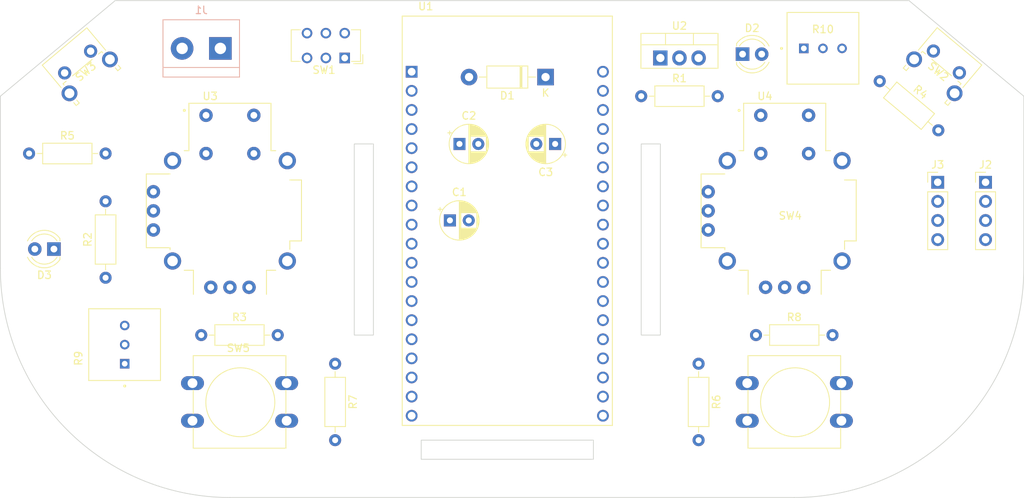
<source format=kicad_pcb>
(kicad_pcb (version 20211014) (generator pcbnew)
  (layers (0 "F.Cu" signal) (31 "B.Cu" signal) (34 "B.Paste" user) (35 "F.Paste" user) (36 "B.SilkS" user "B.Silkscreen") (37 "F.SilkS" user "F.Silkscreen") (38 "B.Mask" user) (39 "F.Mask" user) (44 "Edge.Cuts" user))
  (net 0 "")
  (net 1 "GND")
  (net 2 "VCC")
  (net 3 "Net-(D2-Pad2)")
  (net 4 "IO23")
  (net 5 "Net-(D3-Pad2)")
  (net 6 "+3V3")
  (net 7 "IO35")
  (net 8 "IO2")
  (net 9 "IO13")
  (net 10 "IO15")
  (net 11 "IO12")
  (net 12 "IO36")
  (net 13 "IO39")
  (net 14 "IO34")
  (net 15 "IO32")
  (net 16 "IO33")
  (net 17 "IO25")
  (net 18 "IO26")
  (net 19 "IO27")
  (net 20 "IO14")
  (net 24 "+5V")
  (net 25 "SCL")
  (net 26 "TX")
  (net 27 "RX")
  (net 28 "SDA")
  (net 34 "IO4")
  (net 39 "Net-(D1-Pad2)")
  (net 42 "VEE")
  (footprint "Button_Switch_THT:SW_CuK_JS202011CQN_DPDT_Straight" (layer "F.Cu") (at 67.31 119.38 180)
    (fp_text reference "SW1" (at 2.75 -1.6) (layer "F.SilkS"))
    (fp_text value "SW_Push_SPDT")
    (pad "1" thru_hole rect (at 0 0 180) (size 1.4 1.4) (drill 0.9) (layers *.Cu *.Mask) (net 39 "Net-(D1-Pad2)"))
    (pad "2" thru_hole circle (at 2.5 0 180) (size 1.4 1.4) (drill 0.9) (layers *.Cu *.Mask) (net 2 "VCC"))
    (pad "3" thru_hole circle (at 5 0 180) (size 1.4 1.4) (drill 0.9) (layers *.Cu *.Mask) (net 1 "GND"))
    (pad "4" thru_hole circle (at 0 3.3 180) (size 1.4 1.4) (drill 0.9) (layers *.Cu *.Mask))
    (pad "5" thru_hole circle (at 2.5 3.3 180) (size 1.4 1.4) (drill 0.9) (layers *.Cu *.Mask))
    (pad "6" thru_hole circle (at 5 3.3 180) (size 1.4 1.4) (drill 0.9) (layers *.Cu *.Mask))
  )
  (footprint "Resistor_THT:R_Axial_DIN0207_L6.3mm_D2.5mm_P10.16mm_Horizontal" (layer "F.Cu") (at 66.04 160.02 -90)
    (fp_text reference "R7" (at 5.08 -2.37 90) (layer "F.SilkS"))
    (fp_text value "4.7k")
    (pad "1" thru_hole circle (at 0 0 270) (size 1.6 1.6) (drill 0.8) (layers *.Cu *.Mask) (net 6 "+3V3"))
    (pad "2" thru_hole oval (at 10.16 0 270) (size 1.6 1.6) (drill 0.8) (layers *.Cu *.Mask) (net 11 "IO12"))
  )
  (footprint "Resistor_THT:R_Axial_DIN0207_L6.3mm_D2.5mm_P10.16mm_Horizontal" (layer "F.Cu") (at 121.92 156.21)
    (fp_text reference "R8" (at 5.08 -2.37) (layer "F.SilkS"))
    (fp_text value "R")
    (pad "1" thru_hole circle (at 0 0) (size 1.6 1.6) (drill 0.8) (layers *.Cu *.Mask) (net 6 "+3V3"))
    (pad "2" thru_hole oval (at 10.16 0) (size 1.6 1.6) (drill 0.8) (layers *.Cu *.Mask) (net 17 "IO25"))
  )
  (footprint "COM-09806:TRIM_COM-09806" (layer "F.Cu") (at 38.1 157.48 90)
    (fp_text reference "R9" (at -1.825 -6.135 90) (layer "F.SilkS"))
    (fp_text value "COM-09806")
    (pad "1" thru_hole rect locked (at -2.54 0 90) (size 1.268 1.268) (drill 0.76) (layers *.Cu *.Mask) (net 6 "+3V3"))
    (pad "2" thru_hole circle locked (at 0 0 90) (size 1.268 1.268) (drill 0.76) (layers *.Cu *.Mask) (net 34 "IO4"))
    (pad "3" thru_hole circle locked (at 2.54 0 90) (size 1.268 1.268) (drill 0.76) (layers *.Cu *.Mask) (net 1 "GND"))
  )
  (footprint "Button_Switch_THT:XDCR_COM-09032" (layer "F.Cu") (at 52.07 139.7)
    (fp_text reference "U3" (at -2.625 -15.235) (layer "F.SilkS"))
    (fp_text value "COM-09032")
    (pad "B1A" thru_hole circle locked (at -3.175 -12.7) (size 1.778 1.778) (drill 0.9) (layers *.Cu *.Mask) (net 18 "IO26"))
    (pad "B1B" thru_hole circle locked (at 3.175 -12.7) (size 1.778 1.778) (drill 0.9) (layers *.Cu *.Mask))
    (pad "B2A" thru_hole circle locked (at -3.175 -7.62) (size 1.778 1.778) (drill 0.9) (layers *.Cu *.Mask) (net 1 "GND"))
    (pad "B2B" thru_hole circle locked (at 3.175 -7.62) (size 1.778 1.778) (drill 0.9) (layers *.Cu *.Mask))
    (pad "H1" thru_hole circle locked (at -2.54 10.16) (size 1.778 1.778) (drill 0.889) (layers *.Cu *.Mask) (net 6 "+3V3"))
    (pad "H2" thru_hole circle locked (at 0 10.16) (size 1.778 1.778) (drill 0.889) (layers *.Cu *.Mask) (net 7 "IO35"))
    (pad "H3" thru_hole circle locked (at 2.54 10.16) (size 1.778 1.778) (drill 0.889) (layers *.Cu *.Mask) (net 1 "GND"))
    (pad "S1" thru_hole circle locked (at -7.62 -6.6675) (size 2.286 2.286) (drill 1.397) (layers *.Cu *.Mask))
    (pad "S2" thru_hole circle locked (at -7.62 6.6675) (size 2.286 2.286) (drill 1.397) (layers *.Cu *.Mask))
    (pad "S3" thru_hole circle locked (at 7.62 6.6675) (size 2.286 2.286) (drill 1.397) (layers *.Cu *.Mask))
    (pad "S4" thru_hole circle locked (at 7.62 -6.6675) (size 2.286 2.286) (drill 1.397) (layers *.Cu *.Mask))
    (pad "V1" thru_hole circle locked (at -10.16 -2.54) (size 1.778 1.778) (drill 0.889) (layers *.Cu *.Mask) (net 6 "+3V3"))
    (pad "V2" thru_hole circle locked (at -10.16 0) (size 1.778 1.778) (drill 0.889) (layers *.Cu *.Mask) (net 15 "IO32"))
    (pad "V3" thru_hole circle locked (at -10.16 2.54) (size 1.778 1.778) (drill 0.889) (layers *.Cu *.Mask) (net 1 "GND"))
  )
  (footprint "Resistor_THT:R_Axial_DIN0207_L6.3mm_D2.5mm_P10.16mm_Horizontal" (layer "F.Cu") (at 35.56 148.59 90)
    (fp_text reference "R2" (at 5.08 -2.37 90) (layer "F.SilkS"))
    (fp_text value "330")
    (pad "1" thru_hole circle (at 0 0 90) (size 1.6 1.6) (drill 0.8) (layers *.Cu *.Mask) (net 4 "IO23"))
    (pad "2" thru_hole oval (at 10.16 0 90) (size 1.6 1.6) (drill 0.8) (layers *.Cu *.Mask) (net 5 "Net-(D3-Pad2)"))
  )
  (footprint "Package_TO_SOT_THT:TO-220-3_Vertical" (layer "F.Cu") (at 109.22 119.38)
    (fp_text reference "U2" (at 2.54 -4.27) (layer "F.SilkS"))
    (fp_text value "LM7805_TO220")
    (pad "1" thru_hole rect (at 0 0) (size 1.905 2) (drill 1.1) (layers *.Cu *.Mask) (net 42 "VEE"))
    (pad "2" thru_hole oval (at 2.54 0) (size 1.905 2) (drill 1.1) (layers *.Cu *.Mask) (net 1 "GND"))
    (pad "3" thru_hole oval (at 5.08 0) (size 1.905 2) (drill 1.1) (layers *.Cu *.Mask) (net 24 "+5V"))
  )
  (footprint "Capacitor_THT:CP_Radial_D5.0mm_P2.50mm" (layer "F.Cu") (at 82.55 130.81)
    (fp_text reference "C2" (at 1.25 -3.75) (layer "F.SilkS"))
    (fp_text value "C_Polarized_Small")
    (pad "1" thru_hole rect (at 0 0) (size 1.6 1.6) (drill 0.8) (layers *.Cu *.Mask) (net 42 "VEE"))
    (pad "2" thru_hole circle (at 2.5 0) (size 1.6 1.6) (drill 0.8) (layers *.Cu *.Mask) (net 1 "GND"))
  )
  (footprint "Button_Switch_THT:SW_PUSH-12mm" (layer "F.Cu") (at 120.76 162.6)
    (fp_text reference "SW4" (at 5.71 -22.25) (layer "F.SilkS"))
    (fp_text value "SW_Push")
    (pad "1" thru_hole oval (at 0 0) (size 3.048 1.85) (drill 1.3) (layers *.Cu *.Mask) (net 10 "IO15"))
    (pad "1" thru_hole oval (at 12.5 0) (size 3.048 1.85) (drill 1.3) (layers *.Cu *.Mask) (net 10 "IO15"))
    (pad "2" thru_hole oval (at 12.5 5) (size 3.048 1.85) (drill 1.3) (layers *.Cu *.Mask) (net 1 "GND"))
    (pad "2" thru_hole oval (at 0 5) (size 3.048 1.85) (drill 1.3) (layers *.Cu *.Mask) (net 1 "GND"))
  )
  (footprint "LED_THT:LED_D4.0mm" (layer "F.Cu") (at 28.702 144.78 180)
    (fp_text reference "D3" (at 1.27 -3.46) (layer "F.SilkS"))
    (fp_text value "LED")
    (pad "1" thru_hole rect (at 0 0 180) (size 1.8 1.8) (drill 0.9) (layers *.Cu *.Mask) (net 1 "GND"))
    (pad "2" thru_hole circle (at 2.54 0 180) (size 1.8 1.8) (drill 0.9) (layers *.Cu *.Mask) (net 5 "Net-(D3-Pad2)"))
  )
  (footprint "Capacitor_THT:CP_Radial_D5.0mm_P2.50mm" (layer "F.Cu") (at 81.28 140.97)
    (fp_text reference "C1" (at 1.25 -3.75) (layer "F.SilkS"))
    (fp_text value "C_Polarized_Small_US")
    (pad "1" thru_hole rect (at 0 0) (size 1.6 1.6) (drill 0.8) (layers *.Cu *.Mask) (net 6 "+3V3"))
    (pad "2" thru_hole circle (at 2.5 0) (size 1.6 1.6) (drill 0.8) (layers *.Cu *.Mask) (net 1 "GND"))
  )
  (footprint "Button_Switch_THT:XDCR_COM-09032" (layer "F.Cu") (at 125.73 139.7)
    (fp_text reference "U4" (at -2.625 -15.235) (layer "F.SilkS"))
    (fp_text value "COM-09032")
    (pad "B1A" thru_hole circle locked (at -3.175 -12.7) (size 1.778 1.778) (drill 0.9) (layers *.Cu *.Mask) (net 17 "IO25"))
    (pad "B1B" thru_hole circle locked (at 3.175 -12.7) (size 1.778 1.778) (drill 0.9) (layers *.Cu *.Mask))
    (pad "B2A" thru_hole circle locked (at -3.175 -7.62) (size 1.778 1.778) (drill 0.9) (layers *.Cu *.Mask) (net 1 "GND"))
    (pad "B2B" thru_hole circle locked (at 3.175 -7.62) (size 1.778 1.778) (drill 0.9) (layers *.Cu *.Mask))
    (pad "H1" thru_hole circle locked (at -2.54 10.16) (size 1.778 1.778) (drill 0.889) (layers *.Cu *.Mask) (net 6 "+3V3"))
    (pad "H2" thru_hole circle locked (at 0 10.16) (size 1.778 1.778) (drill 0.889) (layers *.Cu *.Mask) (net 16 "IO33"))
    (pad "H3" thru_hole circle locked (at 2.54 10.16) (size 1.778 1.778) (drill 0.889) (layers *.Cu *.Mask) (net 1 "GND"))
    (pad "S1" thru_hole circle locked (at -7.62 -6.6675) (size 2.286 2.286) (drill 1.397) (layers *.Cu *.Mask))
    (pad "S2" thru_hole circle locked (at -7.62 6.6675) (size 2.286 2.286) (drill 1.397) (layers *.Cu *.Mask))
    (pad "S3" thru_hole circle locked (at 7.62 6.6675) (size 2.286 2.286) (drill 1.397) (layers *.Cu *.Mask))
    (pad "S4" thru_hole circle locked (at 7.62 -6.6675) (size 2.286 2.286) (drill 1.397) (layers *.Cu *.Mask))
    (pad "V1" thru_hole circle locked (at -10.16 -2.54) (size 1.778 1.778) (drill 0.889) (layers *.Cu *.Mask) (net 6 "+3V3"))
    (pad "V2" thru_hole circle locked (at -10.16 0) (size 1.778 1.778) (drill 0.889) (layers *.Cu *.Mask) (net 14 "IO34"))
    (pad "V3" thru_hole circle locked (at -10.16 2.54) (size 1.778 1.778) (drill 0.889) (layers *.Cu *.Mask) (net 1 "GND"))
  )
  (footprint "COM-09806:TRIM_COM-09806" (layer "F.Cu") (at 130.81 118.11)
    (fp_text reference "R10" (at 0 -2.54) (layer "F.SilkS"))
    (fp_text value "COM-09806")
    (pad "1" thru_hole rect locked (at -2.54 0) (size 1.268 1.268) (drill 0.76) (layers *.Cu *.Mask) (net 6 "+3V3"))
    (pad "2" thru_hole circle locked (at 0 0) (size 1.268 1.268) (drill 0.76) (layers *.Cu *.Mask) (net 12 "IO36"))
    (pad "3" thru_hole circle locked (at 2.54 0) (size 1.268 1.268) (drill 0.76) (layers *.Cu *.Mask) (net 1 "GND"))
  )
  (footprint "Resistor_THT:R_Axial_DIN0207_L6.3mm_D2.5mm_P10.16mm_Horizontal" (layer "F.Cu") (at 114.3 160.02 -90)
    (fp_text reference "R6" (at 5.08 -2.37 90) (layer "F.SilkS"))
    (fp_text value "4.7k")
    (pad "1" thru_hole circle (at 0 0 270) (size 1.6 1.6) (drill 0.8) (layers *.Cu *.Mask) (net 6 "+3V3"))
    (pad "2" thru_hole oval (at 10.16 0 270) (size 1.6 1.6) (drill 0.8) (layers *.Cu *.Mask) (net 10 "IO15"))
  )
  (footprint "Resistor_THT:R_Axial_DIN0207_L6.3mm_D2.5mm_P10.16mm_Horizontal" (layer "F.Cu") (at 48.26 156.21)
    (fp_text reference "R3" (at 5.08 -2.37) (layer "F.SilkS"))
    (fp_text value "R")
    (pad "1" thru_hole circle (at 0 0) (size 1.6 1.6) (drill 0.8) (layers *.Cu *.Mask) (net 6 "+3V3"))
    (pad "2" thru_hole oval (at 10.16 0) (size 1.6 1.6) (drill 0.8) (layers *.Cu *.Mask) (net 18 "IO26"))
  )
  (footprint "Capacitor_THT:CP_Radial_D5.0mm_P2.50mm" (layer "F.Cu") (at 95.25 130.81 180)
    (fp_text reference "C3" (at 1.25 -3.75) (layer "F.SilkS"))
    (fp_text value "C_Polarized_Small")
    (pad "1" thru_hole rect (at 0 0 180) (size 1.6 1.6) (drill 0.8) (layers *.Cu *.Mask) (net 24 "+5V"))
    (pad "2" thru_hole circle (at 2.5 0 180) (size 1.6 1.6) (drill 0.8) (layers *.Cu *.Mask) (net 1 "GND"))
  )
  (footprint "Connector_PinHeader_2.54mm:PinHeader_1x04_P2.54mm_Vertical" (layer "F.Cu") (at 152.4 135.9)
    (fp_text reference "J2" (at 0 -2.33) (layer "F.SilkS"))
    (fp_text value "Screw_Terminal_01x04")
    (pad "1" thru_hole rect (at 0 0) (size 1.7 1.7) (drill 1) (layers *.Cu *.Mask) (net 6 "+3V3"))
    (pad "2" thru_hole oval (at 0 2.54) (size 1.7 1.7) (drill 1) (layers *.Cu *.Mask) (net 1 "GND"))
    (pad "3" thru_hole oval (at 0 5.08) (size 1.7 1.7) (drill 1) (layers *.Cu *.Mask) (net 28 "SDA"))
    (pad "4" thru_hole oval (at 0 7.62) (size 1.7 1.7) (drill 1) (layers *.Cu *.Mask) (net 25 "SCL"))
  )
  (footprint "Resistor_THT:R_Axial_DIN0207_L6.3mm_D2.5mm_P10.16mm_Horizontal" (layer "F.Cu") (at 138.348494 122.464639 -40)
    (fp_text reference "R4" (at 5.08 -2.37 140) (layer "F.SilkS"))
    (fp_text value "4.7k")
    (pad "1" thru_hole circle (at 0 0 320) (size 1.6 1.6) (drill 0.8) (layers *.Cu *.Mask) (net 6 "+3V3"))
    (pad "2" thru_hole oval (at 10.16 0 320) (size 1.6 1.6) (drill 0.8) (layers *.Cu *.Mask) (net 8 "IO2"))
  )
  (footprint "Button_Switch_THT:SW_Tactile_SPST_Angled_PTS645Vx83-2LFS" (layer "F.Cu") (at 145.479531 118.459764 -40)
    (fp_text reference "SW2" (at 2.25 1.68 140) (layer "F.SilkS"))
    (fp_text value "SW_Push")
    (pad "" thru_hole circle (at -1.25 2.49 320) (size 2.1 2.1) (drill 1.3) (layers *.Cu *.Mask))
    (pad "" thru_hole circle (at 5.76 2.49 320) (size 2.1 2.1) (drill 1.3) (layers *.Cu *.Mask))
    (pad "1" thru_hole circle (at 0 0 320) (size 1.75 1.75) (drill 0.99) (layers *.Cu *.Mask) (net 8 "IO2"))
    (pad "2" thru_hole circle (at 4.5 0 320) (size 1.75 1.75) (drill 0.99) (layers *.Cu *.Mask) (net 1 "GND"))
  )
  (footprint "Button_Switch_THT:SW_PUSH-12mm" (layer "F.Cu") (at 47.1 162.6)
    (fp_text reference "SW5" (at 6.08 -4.66) (layer "F.SilkS"))
    (fp_text value "SW_Push")
    (pad "1" thru_hole oval (at 0 0) (size 3.048 1.85) (drill 1.3) (layers *.Cu *.Mask) (net 11 "IO12"))
    (pad "1" thru_hole oval (at 12.5 0) (size 3.048 1.85) (drill 1.3) (layers *.Cu *.Mask) (net 11 "IO12"))
    (pad "2" thru_hole oval (at 12.5 5) (size 3.048 1.85) (drill 1.3) (layers *.Cu *.Mask) (net 1 "GND"))
    (pad "2" thru_hole oval (at 0 5) (size 3.048 1.85) (drill 1.3) (layers *.Cu *.Mask) (net 1 "GND"))
  )
  (footprint "Connector_PinHeader_2.54mm:PinHeader_1x04_P2.54mm_Vertical" (layer "F.Cu") (at 146.05 135.9)
    (fp_text reference "J3" (at 0 -2.33) (layer "F.SilkS"))
    (fp_text value "Screw_Terminal_01x04")
    (pad "1" thru_hole rect (at 0 0) (size 1.7 1.7) (drill 1) (layers *.Cu *.Mask) (net 6 "+3V3"))
    (pad "2" thru_hole oval (at 0 2.54) (size 1.7 1.7) (drill 1) (layers *.Cu *.Mask) (net 1 "GND"))
    (pad "3" thru_hole oval (at 0 5.08) (size 1.7 1.7) (drill 1) (layers *.Cu *.Mask) (net 27 "RX"))
    (pad "4" thru_hole oval (at 0 7.62) (size 1.7 1.7) (drill 1) (layers *.Cu *.Mask) (net 26 "TX"))
  )
  (footprint "Module:MODULE_ESP32-DEVKITC-32D" (layer "F.Cu") (at 88.9 140.97)
    (fp_text reference "U1" (at -10.829175 -28.446045) (layer "F.SilkS") (effects (font (size 1.000386 1.000386))))
    (fp_text value "ESP32-DEVKITC-32D")
    (pad "1" thru_hole rect (at -12.7 -19.76) (size 1.56 1.56) (drill 1.04) (layers *.Cu *.Mask) (net 6 "+3V3"))
    (pad "2" thru_hole circle (at -12.7 -17.22) (size 1.56 1.56) (drill 1.04) (layers *.Cu *.Mask) (net 1 "GND"))
    (pad "3" thru_hole circle (at -12.7 -14.68) (size 1.56 1.56) (drill 1.04) (layers *.Cu *.Mask) (net 12 "IO36"))
    (pad "4" thru_hole circle (at -12.7 -12.14) (size 1.56 1.56) (drill 1.04) (layers *.Cu *.Mask) (net 13 "IO39"))
    (pad "5" thru_hole circle (at -12.7 -9.6) (size 1.56 1.56) (drill 1.04) (layers *.Cu *.Mask) (net 14 "IO34"))
    (pad "6" thru_hole circle (at -12.7 -7.06) (size 1.56 1.56) (drill 1.04) (layers *.Cu *.Mask) (net 7 "IO35"))
    (pad "7" thru_hole circle (at -12.7 -4.52) (size 1.56 1.56) (drill 1.04) (layers *.Cu *.Mask) (net 15 "IO32"))
    (pad "8" thru_hole circle (at -12.7 -1.98) (size 1.56 1.56) (drill 1.04) (layers *.Cu *.Mask) (net 16 "IO33"))
    (pad "9" thru_hole circle (at -12.7 0.56) (size 1.56 1.56) (drill 1.04) (layers *.Cu *.Mask) (net 17 "IO25"))
    (pad "10" thru_hole circle (at -12.7 3.1) (size 1.56 1.56) (drill 1.04) (layers *.Cu *.Mask) (net 18 "IO26"))
    (pad "11" thru_hole circle (at -12.7 5.64) (size 1.56 1.56) (drill 1.04) (layers *.Cu *.Mask) (net 19 "IO27"))
    (pad "12" thru_hole circle (at -12.7 8.18) (size 1.56 1.56) (drill 1.04) (layers *.Cu *.Mask) (net 20 "IO14"))
    (pad "13" thru_hole circle (at -12.7 10.72) (size 1.56 1.56) (drill 1.04) (layers *.Cu *.Mask) (net 11 "IO12"))
    (pad "14" thru_hole circle (at -12.7 13.26) (size 1.56 1.56) (drill 1.04) (layers *.Cu *.Mask) (net 1 "GND"))
    (pad "15" thru_hole circle (at -12.7 15.8) (size 1.56 1.56) (drill 1.04) (layers *.Cu *.Mask) (net 9 "IO13"))
    (pad "16" thru_hole circle (at -12.7 18.34) (size 1.56 1.56) (drill 1.04) (layers *.Cu *.Mask))
    (pad "17" thru_hole circle (at -12.7 20.88) (size 1.56 1.56) (drill 1.04) (layers *.Cu *.Mask))
    (pad "18" thru_hole circle (at -12.7 23.42) (size 1.56 1.56) (drill 1.04) (layers *.Cu *.Mask))
    (pad "19" thru_hole circle (at -12.7 25.96) (size 1.56 1.56) (drill 1.04) (layers *.Cu *.Mask) (net 24 "+5V"))
    (pad "20" thru_hole circle (at 12.7 -19.76) (size 1.56 1.56) (drill 1.04) (layers *.Cu *.Mask) (net 1 "GND"))
    (pad "21" thru_hole circle (at 12.7 -17.22) (size 1.56 1.56) (drill 1.04) (layers *.Cu *.Mask) (net 4 "IO23"))
    (pad "22" thru_hole circle (at 12.7 -14.68) (size 1.56 1.56) (drill 1.04) (layers *.Cu *.Mask) (net 25 "SCL"))
    (pad "23" thru_hole circle (at 12.7 -12.14) (size 1.56 1.56) (drill 1.04) (layers *.Cu *.Mask) (net 26 "TX"))
    (pad "24" thru_hole circle (at 12.7 -9.6) (size 1.56 1.56) (drill 1.04) (layers *.Cu *.Mask) (net 27 "RX"))
    (pad "25" thru_hole circle (at 12.7 -7.06) (size 1.56 1.56) (drill 1.04) (layers *.Cu *.Mask) (net 28 "SDA"))
    (pad "26" thru_hole circle (at 12.7 -4.52) (size 1.56 1.56) (drill 1.04) (layers *.Cu *.Mask) (net 1 "GND"))
    (pad "27" thru_hole circle (at 12.7 -1.98) (size 1.56 1.56) (drill 1.04) (layers *.Cu *.Mask))
    (pad "28" thru_hole circle (at 12.7 0.56) (size 1.56 1.56) (drill 1.04) (layers *.Cu *.Mask))
    (pad "29" thru_hole circle (at 12.7 3.1) (size 1.56 1.56) (drill 1.04) (layers *.Cu *.Mask))
    (pad "30" thru_hole circle (at 12.7 5.64) (size 1.56 1.56) (drill 1.04) (layers *.Cu *.Mask))
    (pad "31" thru_hole circle (at 12.7 8.18) (size 1.56 1.56) (drill 1.04) (layers *.Cu *.Mask))
    (pad "32" thru_hole circle (at 12.7 10.72) (size 1.56 1.56) (drill 1.04) (layers *.Cu *.Mask) (net 34 "IO4"))
    (pad "33" thru_hole circle (at 12.7 13.26) (size 1.56 1.56) (drill 1.04) (layers *.Cu *.Mask))
    (pad "34" thru_hole circle (at 12.7 15.8) (size 1.56 1.56) (drill 1.04) (layers *.Cu *.Mask) (net 8 "IO2"))
    (pad "35" thru_hole circle (at 12.7 18.34) (size 1.56 1.56) (drill 1.04) (layers *.Cu *.Mask) (net 10 "IO15"))
    (pad "36" thru_hole circle (at 12.7 20.88) (size 1.56 1.56) (drill 1.04) (layers *.Cu *.Mask))
    (pad "37" thru_hole circle (at 12.7 23.42) (size 1.56 1.56) (drill 1.04) (layers *.Cu *.Mask))
    (pad "38" thru_hole circle (at 12.7 25.96) (size 1.56 1.56) (drill 1.04) (layers *.Cu *.Mask))
  )
  (footprint "LED_THT:LED_D4.0mm" (layer "F.Cu") (at 120.137 118.872)
    (fp_text reference "D2" (at 1.27 -3.46) (layer "F.SilkS"))
    (fp_text value "LED")
    (pad "1" thru_hole rect (at 0 0) (size 1.8 1.8) (drill 0.9) (layers *.Cu *.Mask) (net 1 "GND"))
    (pad "2" thru_hole circle (at 2.54 0) (size 1.8 1.8) (drill 0.9) (layers *.Cu *.Mask) (net 3 "Net-(D2-Pad2)"))
  )
  (footprint "Resistor_THT:R_Axial_DIN0207_L6.3mm_D2.5mm_P10.16mm_Horizontal" (layer "F.Cu") (at 25.4 132.08)
    (fp_text reference "R5" (at 5.08 -2.37) (layer "F.SilkS"))
    (fp_text value "4.7k")
    (pad "1" thru_hole circle (at 0 0) (size 1.6 1.6) (drill 0.8) (layers *.Cu *.Mask) (net 6 "+3V3"))
    (pad "2" thru_hole oval (at 10.16 0) (size 1.6 1.6) (drill 0.8) (layers *.Cu *.Mask) (net 9 "IO13"))
  )
  (footprint "Button_Switch_THT:SW_Tactile_SPST_Angled_PTS645Vx83-2LFS" (layer "F.Cu") (at 30.124118 121.368378 40)
    (fp_text reference "SW3" (at 2.25 1.68 40) (layer "F.SilkS"))
    (fp_text value "SW_Push")
    (pad "" thru_hole circle (at -1.25 2.49 40) (size 2.1 2.1) (drill 1.3) (layers *.Cu *.Mask))
    (pad "" thru_hole circle (at 5.76 2.49 40) (size 2.1 2.1) (drill 1.3) (layers *.Cu *.Mask))
    (pad "1" thru_hole circle (at 0 0 40) (size 1.75 1.75) (drill 0.99) (layers *.Cu *.Mask) (net 9 "IO13"))
    (pad "2" thru_hole circle (at 4.5 0 40) (size 1.75 1.75) (drill 0.99) (layers *.Cu *.Mask) (net 1 "GND"))
  )
  (footprint "Diode_THT:D_DO-41_SOD81_P10.16mm_Horizontal" (layer "F.Cu") (at 93.98 121.92 180)
    (fp_text reference "D1" (at 5.08 -2.47) (layer "F.SilkS"))
    (fp_text value "1N4004")
    (fp_text user "K" (at 0 -2.1) (layer "F.SilkS"))
    (pad "1" thru_hole rect (at 0 0 180) (size 2.2 2.2) (drill 1.1) (layers *.Cu *.Mask) (net 42 "VEE"))
    (pad "2" thru_hole oval (at 10.16 0 180) (size 2.2 2.2) (drill 1.1) (layers *.Cu *.Mask) (net 39 "Net-(D1-Pad2)"))
  )
  (footprint "Resistor_THT:R_Axial_DIN0207_L6.3mm_D2.5mm_P10.16mm_Horizontal" (layer "F.Cu") (at 106.68 124.46)
    (fp_text reference "R1" (at 5.08 -2.37) (layer "F.SilkS"))
    (fp_text value "R")
    (pad "1" thru_hole circle (at 0 0) (size 1.6 1.6) (drill 0.8) (layers *.Cu *.Mask) (net 24 "+5V"))
    (pad "2" thru_hole oval (at 10.16 0) (size 1.6 1.6) (drill 0.8) (layers *.Cu *.Mask) (net 3 "Net-(D2-Pad2)"))
  )
  (footprint "TerminalBlock:TerminalBlock_bornier-2_P5.08mm" (layer "B.Cu") (at 50.8 118.11 180)
    (fp_text reference "J1" (at 2.54 5.08) (layer "B.SilkS") (effects (justify mirror)))
    (fp_text value "Screw_Terminal_01x02")
    (pad "1" thru_hole rect (at 0 0 180) (size 3 3) (drill 1.52) (layers *.Cu *.Mask) (net 1 "GND"))
    (pad "2" thru_hole circle (at 5.08 0 180) (size 3 3) (drill 1.52) (layers *.Cu *.Mask) (net 2 "VCC"))
  )
  (gr_line (start 157.48 147.32) (end 157.48 124.46) (layer "Edge.Cuts") (width 0.1))
  (gr_rect (start 77.47 170.18) (end 100.33 172.72) (layer "Edge.Cuts") (width 0.1) (fill none))
  (gr_arc (start 52.07 177.8) (mid 30.517385 168.872615) (end 21.59 147.32) (layer "Edge.Cuts") (width 0.1))
  (gr_line (start 21.59 124.46) (end 21.59 147.32) (layer "Edge.Cuts") (width 0.1))
  (gr_rect (start 68.58 130.81) (end 71.12 156.21) (layer "Edge.Cuts") (width 0.1) (fill none))
  (gr_line (start 157.48 124.46) (end 142.24 111.76) (layer "Edge.Cuts") (width 0.1))
  (gr_line (start 36.83 111.76) (end 21.59 124.46) (layer "Edge.Cuts") (width 0.1))
  (gr_arc (start 157.48 147.32) (mid 148.552615 168.872615) (end 127 177.8) (layer "Edge.Cuts") (width 0.1))
  (gr_line (start 127 177.8) (end 52.07 177.8) (layer "Edge.Cuts") (width 0.1))
  (gr_line (start 142.24 111.76) (end 36.83 111.76) (layer "Edge.Cuts") (width 0.1))
  (gr_rect (start 106.68 130.81) (end 109.22 156.21) (layer "Edge.Cuts") (width 0.1) (fill none))
)
</source>
